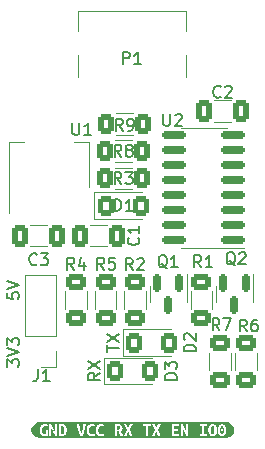
<source format=gbr>
%TF.GenerationSoftware,KiCad,Pcbnew,7.0.1*%
%TF.CreationDate,2023-04-05T11:46:08-04:00*%
%TF.ProjectId,PCB_USB_TTL,5043425f-5553-4425-9f54-544c2e6b6963,rev?*%
%TF.SameCoordinates,Original*%
%TF.FileFunction,Legend,Top*%
%TF.FilePolarity,Positive*%
%FSLAX46Y46*%
G04 Gerber Fmt 4.6, Leading zero omitted, Abs format (unit mm)*
G04 Created by KiCad (PCBNEW 7.0.1) date 2023-04-05 11:46:08*
%MOMM*%
%LPD*%
G01*
G04 APERTURE LIST*
G04 Aperture macros list*
%AMRoundRect*
0 Rectangle with rounded corners*
0 $1 Rounding radius*
0 $2 $3 $4 $5 $6 $7 $8 $9 X,Y pos of 4 corners*
0 Add a 4 corners polygon primitive as box body*
4,1,4,$2,$3,$4,$5,$6,$7,$8,$9,$2,$3,0*
0 Add four circle primitives for the rounded corners*
1,1,$1+$1,$2,$3*
1,1,$1+$1,$4,$5*
1,1,$1+$1,$6,$7*
1,1,$1+$1,$8,$9*
0 Add four rect primitives between the rounded corners*
20,1,$1+$1,$2,$3,$4,$5,0*
20,1,$1+$1,$4,$5,$6,$7,0*
20,1,$1+$1,$6,$7,$8,$9,0*
20,1,$1+$1,$8,$9,$2,$3,0*%
G04 Aperture macros list end*
%ADD10C,0.150000*%
%ADD11C,0.120000*%
%ADD12RoundRect,0.150000X-0.150000X0.587500X-0.150000X-0.587500X0.150000X-0.587500X0.150000X0.587500X0*%
%ADD13RoundRect,0.250000X-0.625000X0.400000X-0.625000X-0.400000X0.625000X-0.400000X0.625000X0.400000X0*%
%ADD14RoundRect,0.250000X-0.412500X-0.650000X0.412500X-0.650000X0.412500X0.650000X-0.412500X0.650000X0*%
%ADD15RoundRect,0.250001X-0.462499X-0.624999X0.462499X-0.624999X0.462499X0.624999X-0.462499X0.624999X0*%
%ADD16R,1.500000X2.000000*%
%ADD17R,3.800000X2.000000*%
%ADD18RoundRect,0.250000X0.412500X0.650000X-0.412500X0.650000X-0.412500X-0.650000X0.412500X-0.650000X0*%
%ADD19R,1.700000X1.700000*%
%ADD20O,1.700000X1.700000*%
%ADD21RoundRect,0.250000X0.625000X-0.400000X0.625000X0.400000X-0.625000X0.400000X-0.625000X-0.400000X0*%
%ADD22RoundRect,0.250000X0.400000X0.625000X-0.400000X0.625000X-0.400000X-0.625000X0.400000X-0.625000X0*%
%ADD23RoundRect,0.250000X-0.400000X-0.625000X0.400000X-0.625000X0.400000X0.625000X-0.400000X0.625000X0*%
%ADD24RoundRect,0.150000X0.825000X0.150000X-0.825000X0.150000X-0.825000X-0.150000X0.825000X-0.150000X0*%
%ADD25C,0.650000*%
%ADD26R,0.300000X1.150000*%
%ADD27O,1.000000X2.100000*%
%ADD28O,1.000000X1.600000*%
G04 APERTURE END LIST*
D10*
X132962619Y-90838094D02*
X132962619Y-90219047D01*
X132962619Y-90219047D02*
X133343571Y-90552380D01*
X133343571Y-90552380D02*
X133343571Y-90409523D01*
X133343571Y-90409523D02*
X133391190Y-90314285D01*
X133391190Y-90314285D02*
X133438809Y-90266666D01*
X133438809Y-90266666D02*
X133534047Y-90219047D01*
X133534047Y-90219047D02*
X133772142Y-90219047D01*
X133772142Y-90219047D02*
X133867380Y-90266666D01*
X133867380Y-90266666D02*
X133915000Y-90314285D01*
X133915000Y-90314285D02*
X133962619Y-90409523D01*
X133962619Y-90409523D02*
X133962619Y-90695237D01*
X133962619Y-90695237D02*
X133915000Y-90790475D01*
X133915000Y-90790475D02*
X133867380Y-90838094D01*
X132962619Y-89933332D02*
X133962619Y-89599999D01*
X133962619Y-89599999D02*
X132962619Y-89266666D01*
X132962619Y-89028570D02*
X132962619Y-88409523D01*
X132962619Y-88409523D02*
X133343571Y-88742856D01*
X133343571Y-88742856D02*
X133343571Y-88599999D01*
X133343571Y-88599999D02*
X133391190Y-88504761D01*
X133391190Y-88504761D02*
X133438809Y-88457142D01*
X133438809Y-88457142D02*
X133534047Y-88409523D01*
X133534047Y-88409523D02*
X133772142Y-88409523D01*
X133772142Y-88409523D02*
X133867380Y-88457142D01*
X133867380Y-88457142D02*
X133915000Y-88504761D01*
X133915000Y-88504761D02*
X133962619Y-88599999D01*
X133962619Y-88599999D02*
X133962619Y-88885713D01*
X133962619Y-88885713D02*
X133915000Y-88980951D01*
X133915000Y-88980951D02*
X133867380Y-89028570D01*
X132962619Y-84590476D02*
X132962619Y-85066666D01*
X132962619Y-85066666D02*
X133438809Y-85114285D01*
X133438809Y-85114285D02*
X133391190Y-85066666D01*
X133391190Y-85066666D02*
X133343571Y-84971428D01*
X133343571Y-84971428D02*
X133343571Y-84733333D01*
X133343571Y-84733333D02*
X133391190Y-84638095D01*
X133391190Y-84638095D02*
X133438809Y-84590476D01*
X133438809Y-84590476D02*
X133534047Y-84542857D01*
X133534047Y-84542857D02*
X133772142Y-84542857D01*
X133772142Y-84542857D02*
X133867380Y-84590476D01*
X133867380Y-84590476D02*
X133915000Y-84638095D01*
X133915000Y-84638095D02*
X133962619Y-84733333D01*
X133962619Y-84733333D02*
X133962619Y-84971428D01*
X133962619Y-84971428D02*
X133915000Y-85066666D01*
X133915000Y-85066666D02*
X133867380Y-85114285D01*
X132962619Y-84257142D02*
X133962619Y-83923809D01*
X133962619Y-83923809D02*
X132962619Y-83590476D01*
%TO.C,Q1*%
X146504761Y-82507857D02*
X146409523Y-82460238D01*
X146409523Y-82460238D02*
X146314285Y-82365000D01*
X146314285Y-82365000D02*
X146171428Y-82222142D01*
X146171428Y-82222142D02*
X146076190Y-82174523D01*
X146076190Y-82174523D02*
X145980952Y-82174523D01*
X146028571Y-82412619D02*
X145933333Y-82365000D01*
X145933333Y-82365000D02*
X145838095Y-82269761D01*
X145838095Y-82269761D02*
X145790476Y-82079285D01*
X145790476Y-82079285D02*
X145790476Y-81745952D01*
X145790476Y-81745952D02*
X145838095Y-81555476D01*
X145838095Y-81555476D02*
X145933333Y-81460238D01*
X145933333Y-81460238D02*
X146028571Y-81412619D01*
X146028571Y-81412619D02*
X146219047Y-81412619D01*
X146219047Y-81412619D02*
X146314285Y-81460238D01*
X146314285Y-81460238D02*
X146409523Y-81555476D01*
X146409523Y-81555476D02*
X146457142Y-81745952D01*
X146457142Y-81745952D02*
X146457142Y-82079285D01*
X146457142Y-82079285D02*
X146409523Y-82269761D01*
X146409523Y-82269761D02*
X146314285Y-82365000D01*
X146314285Y-82365000D02*
X146219047Y-82412619D01*
X146219047Y-82412619D02*
X146028571Y-82412619D01*
X147409523Y-82412619D02*
X146838095Y-82412619D01*
X147123809Y-82412619D02*
X147123809Y-81412619D01*
X147123809Y-81412619D02*
X147028571Y-81555476D01*
X147028571Y-81555476D02*
X146933333Y-81650714D01*
X146933333Y-81650714D02*
X146838095Y-81698333D01*
%TO.C,R1*%
X149385333Y-82414619D02*
X149052000Y-81938428D01*
X148813905Y-82414619D02*
X148813905Y-81414619D01*
X148813905Y-81414619D02*
X149194857Y-81414619D01*
X149194857Y-81414619D02*
X149290095Y-81462238D01*
X149290095Y-81462238D02*
X149337714Y-81509857D01*
X149337714Y-81509857D02*
X149385333Y-81605095D01*
X149385333Y-81605095D02*
X149385333Y-81747952D01*
X149385333Y-81747952D02*
X149337714Y-81843190D01*
X149337714Y-81843190D02*
X149290095Y-81890809D01*
X149290095Y-81890809D02*
X149194857Y-81938428D01*
X149194857Y-81938428D02*
X148813905Y-81938428D01*
X150337714Y-82414619D02*
X149766286Y-82414619D01*
X150052000Y-82414619D02*
X150052000Y-81414619D01*
X150052000Y-81414619D02*
X149956762Y-81557476D01*
X149956762Y-81557476D02*
X149861524Y-81652714D01*
X149861524Y-81652714D02*
X149766286Y-81700333D01*
%TO.C,R4*%
X138633333Y-82614619D02*
X138300000Y-82138428D01*
X138061905Y-82614619D02*
X138061905Y-81614619D01*
X138061905Y-81614619D02*
X138442857Y-81614619D01*
X138442857Y-81614619D02*
X138538095Y-81662238D01*
X138538095Y-81662238D02*
X138585714Y-81709857D01*
X138585714Y-81709857D02*
X138633333Y-81805095D01*
X138633333Y-81805095D02*
X138633333Y-81947952D01*
X138633333Y-81947952D02*
X138585714Y-82043190D01*
X138585714Y-82043190D02*
X138538095Y-82090809D01*
X138538095Y-82090809D02*
X138442857Y-82138428D01*
X138442857Y-82138428D02*
X138061905Y-82138428D01*
X139490476Y-81947952D02*
X139490476Y-82614619D01*
X139252381Y-81567000D02*
X139014286Y-82281285D01*
X139014286Y-82281285D02*
X139633333Y-82281285D01*
%TO.C,C1*%
X144067380Y-79916666D02*
X144115000Y-79964285D01*
X144115000Y-79964285D02*
X144162619Y-80107142D01*
X144162619Y-80107142D02*
X144162619Y-80202380D01*
X144162619Y-80202380D02*
X144115000Y-80345237D01*
X144115000Y-80345237D02*
X144019761Y-80440475D01*
X144019761Y-80440475D02*
X143924523Y-80488094D01*
X143924523Y-80488094D02*
X143734047Y-80535713D01*
X143734047Y-80535713D02*
X143591190Y-80535713D01*
X143591190Y-80535713D02*
X143400714Y-80488094D01*
X143400714Y-80488094D02*
X143305476Y-80440475D01*
X143305476Y-80440475D02*
X143210238Y-80345237D01*
X143210238Y-80345237D02*
X143162619Y-80202380D01*
X143162619Y-80202380D02*
X143162619Y-80107142D01*
X143162619Y-80107142D02*
X143210238Y-79964285D01*
X143210238Y-79964285D02*
X143257857Y-79916666D01*
X144162619Y-78964285D02*
X144162619Y-79535713D01*
X144162619Y-79249999D02*
X143162619Y-79249999D01*
X143162619Y-79249999D02*
X143305476Y-79345237D01*
X143305476Y-79345237D02*
X143400714Y-79440475D01*
X143400714Y-79440475D02*
X143448333Y-79535713D01*
%TO.C,R5*%
X141173333Y-82614619D02*
X140840000Y-82138428D01*
X140601905Y-82614619D02*
X140601905Y-81614619D01*
X140601905Y-81614619D02*
X140982857Y-81614619D01*
X140982857Y-81614619D02*
X141078095Y-81662238D01*
X141078095Y-81662238D02*
X141125714Y-81709857D01*
X141125714Y-81709857D02*
X141173333Y-81805095D01*
X141173333Y-81805095D02*
X141173333Y-81947952D01*
X141173333Y-81947952D02*
X141125714Y-82043190D01*
X141125714Y-82043190D02*
X141078095Y-82090809D01*
X141078095Y-82090809D02*
X140982857Y-82138428D01*
X140982857Y-82138428D02*
X140601905Y-82138428D01*
X142078095Y-81614619D02*
X141601905Y-81614619D01*
X141601905Y-81614619D02*
X141554286Y-82090809D01*
X141554286Y-82090809D02*
X141601905Y-82043190D01*
X141601905Y-82043190D02*
X141697143Y-81995571D01*
X141697143Y-81995571D02*
X141935238Y-81995571D01*
X141935238Y-81995571D02*
X142030476Y-82043190D01*
X142030476Y-82043190D02*
X142078095Y-82090809D01*
X142078095Y-82090809D02*
X142125714Y-82186047D01*
X142125714Y-82186047D02*
X142125714Y-82424142D01*
X142125714Y-82424142D02*
X142078095Y-82519380D01*
X142078095Y-82519380D02*
X142030476Y-82567000D01*
X142030476Y-82567000D02*
X141935238Y-82614619D01*
X141935238Y-82614619D02*
X141697143Y-82614619D01*
X141697143Y-82614619D02*
X141601905Y-82567000D01*
X141601905Y-82567000D02*
X141554286Y-82519380D01*
%TO.C,D1*%
X142061905Y-77662619D02*
X142061905Y-76662619D01*
X142061905Y-76662619D02*
X142300000Y-76662619D01*
X142300000Y-76662619D02*
X142442857Y-76710238D01*
X142442857Y-76710238D02*
X142538095Y-76805476D01*
X142538095Y-76805476D02*
X142585714Y-76900714D01*
X142585714Y-76900714D02*
X142633333Y-77091190D01*
X142633333Y-77091190D02*
X142633333Y-77234047D01*
X142633333Y-77234047D02*
X142585714Y-77424523D01*
X142585714Y-77424523D02*
X142538095Y-77519761D01*
X142538095Y-77519761D02*
X142442857Y-77615000D01*
X142442857Y-77615000D02*
X142300000Y-77662619D01*
X142300000Y-77662619D02*
X142061905Y-77662619D01*
X143585714Y-77662619D02*
X143014286Y-77662619D01*
X143300000Y-77662619D02*
X143300000Y-76662619D01*
X143300000Y-76662619D02*
X143204762Y-76805476D01*
X143204762Y-76805476D02*
X143109524Y-76900714D01*
X143109524Y-76900714D02*
X143014286Y-76948333D01*
%TO.C,U1*%
X138488095Y-70212619D02*
X138488095Y-71022142D01*
X138488095Y-71022142D02*
X138535714Y-71117380D01*
X138535714Y-71117380D02*
X138583333Y-71165000D01*
X138583333Y-71165000D02*
X138678571Y-71212619D01*
X138678571Y-71212619D02*
X138869047Y-71212619D01*
X138869047Y-71212619D02*
X138964285Y-71165000D01*
X138964285Y-71165000D02*
X139011904Y-71117380D01*
X139011904Y-71117380D02*
X139059523Y-71022142D01*
X139059523Y-71022142D02*
X139059523Y-70212619D01*
X140059523Y-71212619D02*
X139488095Y-71212619D01*
X139773809Y-71212619D02*
X139773809Y-70212619D01*
X139773809Y-70212619D02*
X139678571Y-70355476D01*
X139678571Y-70355476D02*
X139583333Y-70450714D01*
X139583333Y-70450714D02*
X139488095Y-70498333D01*
%TO.C,C3*%
X135469333Y-82155380D02*
X135421714Y-82203000D01*
X135421714Y-82203000D02*
X135278857Y-82250619D01*
X135278857Y-82250619D02*
X135183619Y-82250619D01*
X135183619Y-82250619D02*
X135040762Y-82203000D01*
X135040762Y-82203000D02*
X134945524Y-82107761D01*
X134945524Y-82107761D02*
X134897905Y-82012523D01*
X134897905Y-82012523D02*
X134850286Y-81822047D01*
X134850286Y-81822047D02*
X134850286Y-81679190D01*
X134850286Y-81679190D02*
X134897905Y-81488714D01*
X134897905Y-81488714D02*
X134945524Y-81393476D01*
X134945524Y-81393476D02*
X135040762Y-81298238D01*
X135040762Y-81298238D02*
X135183619Y-81250619D01*
X135183619Y-81250619D02*
X135278857Y-81250619D01*
X135278857Y-81250619D02*
X135421714Y-81298238D01*
X135421714Y-81298238D02*
X135469333Y-81345857D01*
X135802667Y-81250619D02*
X136421714Y-81250619D01*
X136421714Y-81250619D02*
X136088381Y-81631571D01*
X136088381Y-81631571D02*
X136231238Y-81631571D01*
X136231238Y-81631571D02*
X136326476Y-81679190D01*
X136326476Y-81679190D02*
X136374095Y-81726809D01*
X136374095Y-81726809D02*
X136421714Y-81822047D01*
X136421714Y-81822047D02*
X136421714Y-82060142D01*
X136421714Y-82060142D02*
X136374095Y-82155380D01*
X136374095Y-82155380D02*
X136326476Y-82203000D01*
X136326476Y-82203000D02*
X136231238Y-82250619D01*
X136231238Y-82250619D02*
X135945524Y-82250619D01*
X135945524Y-82250619D02*
X135850286Y-82203000D01*
X135850286Y-82203000D02*
X135802667Y-82155380D01*
%TO.C,R6*%
X153233333Y-87862619D02*
X152900000Y-87386428D01*
X152661905Y-87862619D02*
X152661905Y-86862619D01*
X152661905Y-86862619D02*
X153042857Y-86862619D01*
X153042857Y-86862619D02*
X153138095Y-86910238D01*
X153138095Y-86910238D02*
X153185714Y-86957857D01*
X153185714Y-86957857D02*
X153233333Y-87053095D01*
X153233333Y-87053095D02*
X153233333Y-87195952D01*
X153233333Y-87195952D02*
X153185714Y-87291190D01*
X153185714Y-87291190D02*
X153138095Y-87338809D01*
X153138095Y-87338809D02*
X153042857Y-87386428D01*
X153042857Y-87386428D02*
X152661905Y-87386428D01*
X154090476Y-86862619D02*
X153900000Y-86862619D01*
X153900000Y-86862619D02*
X153804762Y-86910238D01*
X153804762Y-86910238D02*
X153757143Y-86957857D01*
X153757143Y-86957857D02*
X153661905Y-87100714D01*
X153661905Y-87100714D02*
X153614286Y-87291190D01*
X153614286Y-87291190D02*
X153614286Y-87672142D01*
X153614286Y-87672142D02*
X153661905Y-87767380D01*
X153661905Y-87767380D02*
X153709524Y-87815000D01*
X153709524Y-87815000D02*
X153804762Y-87862619D01*
X153804762Y-87862619D02*
X153995238Y-87862619D01*
X153995238Y-87862619D02*
X154090476Y-87815000D01*
X154090476Y-87815000D02*
X154138095Y-87767380D01*
X154138095Y-87767380D02*
X154185714Y-87672142D01*
X154185714Y-87672142D02*
X154185714Y-87434047D01*
X154185714Y-87434047D02*
X154138095Y-87338809D01*
X154138095Y-87338809D02*
X154090476Y-87291190D01*
X154090476Y-87291190D02*
X153995238Y-87243571D01*
X153995238Y-87243571D02*
X153804762Y-87243571D01*
X153804762Y-87243571D02*
X153709524Y-87291190D01*
X153709524Y-87291190D02*
X153661905Y-87338809D01*
X153661905Y-87338809D02*
X153614286Y-87434047D01*
%TO.C,J1*%
X135566666Y-91062619D02*
X135566666Y-91776904D01*
X135566666Y-91776904D02*
X135519047Y-91919761D01*
X135519047Y-91919761D02*
X135423809Y-92015000D01*
X135423809Y-92015000D02*
X135280952Y-92062619D01*
X135280952Y-92062619D02*
X135185714Y-92062619D01*
X136566666Y-92062619D02*
X135995238Y-92062619D01*
X136280952Y-92062619D02*
X136280952Y-91062619D01*
X136280952Y-91062619D02*
X136185714Y-91205476D01*
X136185714Y-91205476D02*
X136090476Y-91300714D01*
X136090476Y-91300714D02*
X135995238Y-91348333D01*
%TO.C,Q2*%
X152256761Y-82259857D02*
X152161523Y-82212238D01*
X152161523Y-82212238D02*
X152066285Y-82117000D01*
X152066285Y-82117000D02*
X151923428Y-81974142D01*
X151923428Y-81974142D02*
X151828190Y-81926523D01*
X151828190Y-81926523D02*
X151732952Y-81926523D01*
X151780571Y-82164619D02*
X151685333Y-82117000D01*
X151685333Y-82117000D02*
X151590095Y-82021761D01*
X151590095Y-82021761D02*
X151542476Y-81831285D01*
X151542476Y-81831285D02*
X151542476Y-81497952D01*
X151542476Y-81497952D02*
X151590095Y-81307476D01*
X151590095Y-81307476D02*
X151685333Y-81212238D01*
X151685333Y-81212238D02*
X151780571Y-81164619D01*
X151780571Y-81164619D02*
X151971047Y-81164619D01*
X151971047Y-81164619D02*
X152066285Y-81212238D01*
X152066285Y-81212238D02*
X152161523Y-81307476D01*
X152161523Y-81307476D02*
X152209142Y-81497952D01*
X152209142Y-81497952D02*
X152209142Y-81831285D01*
X152209142Y-81831285D02*
X152161523Y-82021761D01*
X152161523Y-82021761D02*
X152066285Y-82117000D01*
X152066285Y-82117000D02*
X151971047Y-82164619D01*
X151971047Y-82164619D02*
X151780571Y-82164619D01*
X152590095Y-81259857D02*
X152637714Y-81212238D01*
X152637714Y-81212238D02*
X152732952Y-81164619D01*
X152732952Y-81164619D02*
X152971047Y-81164619D01*
X152971047Y-81164619D02*
X153066285Y-81212238D01*
X153066285Y-81212238D02*
X153113904Y-81259857D01*
X153113904Y-81259857D02*
X153161523Y-81355095D01*
X153161523Y-81355095D02*
X153161523Y-81450333D01*
X153161523Y-81450333D02*
X153113904Y-81593190D01*
X153113904Y-81593190D02*
X152542476Y-82164619D01*
X152542476Y-82164619D02*
X153161523Y-82164619D01*
%TO.C,R7*%
X150933333Y-87762619D02*
X150600000Y-87286428D01*
X150361905Y-87762619D02*
X150361905Y-86762619D01*
X150361905Y-86762619D02*
X150742857Y-86762619D01*
X150742857Y-86762619D02*
X150838095Y-86810238D01*
X150838095Y-86810238D02*
X150885714Y-86857857D01*
X150885714Y-86857857D02*
X150933333Y-86953095D01*
X150933333Y-86953095D02*
X150933333Y-87095952D01*
X150933333Y-87095952D02*
X150885714Y-87191190D01*
X150885714Y-87191190D02*
X150838095Y-87238809D01*
X150838095Y-87238809D02*
X150742857Y-87286428D01*
X150742857Y-87286428D02*
X150361905Y-87286428D01*
X151266667Y-86762619D02*
X151933333Y-86762619D01*
X151933333Y-86762619D02*
X151504762Y-87762619D01*
%TO.C,R9*%
X142733333Y-70862619D02*
X142400000Y-70386428D01*
X142161905Y-70862619D02*
X142161905Y-69862619D01*
X142161905Y-69862619D02*
X142542857Y-69862619D01*
X142542857Y-69862619D02*
X142638095Y-69910238D01*
X142638095Y-69910238D02*
X142685714Y-69957857D01*
X142685714Y-69957857D02*
X142733333Y-70053095D01*
X142733333Y-70053095D02*
X142733333Y-70195952D01*
X142733333Y-70195952D02*
X142685714Y-70291190D01*
X142685714Y-70291190D02*
X142638095Y-70338809D01*
X142638095Y-70338809D02*
X142542857Y-70386428D01*
X142542857Y-70386428D02*
X142161905Y-70386428D01*
X143209524Y-70862619D02*
X143400000Y-70862619D01*
X143400000Y-70862619D02*
X143495238Y-70815000D01*
X143495238Y-70815000D02*
X143542857Y-70767380D01*
X143542857Y-70767380D02*
X143638095Y-70624523D01*
X143638095Y-70624523D02*
X143685714Y-70434047D01*
X143685714Y-70434047D02*
X143685714Y-70053095D01*
X143685714Y-70053095D02*
X143638095Y-69957857D01*
X143638095Y-69957857D02*
X143590476Y-69910238D01*
X143590476Y-69910238D02*
X143495238Y-69862619D01*
X143495238Y-69862619D02*
X143304762Y-69862619D01*
X143304762Y-69862619D02*
X143209524Y-69910238D01*
X143209524Y-69910238D02*
X143161905Y-69957857D01*
X143161905Y-69957857D02*
X143114286Y-70053095D01*
X143114286Y-70053095D02*
X143114286Y-70291190D01*
X143114286Y-70291190D02*
X143161905Y-70386428D01*
X143161905Y-70386428D02*
X143209524Y-70434047D01*
X143209524Y-70434047D02*
X143304762Y-70481666D01*
X143304762Y-70481666D02*
X143495238Y-70481666D01*
X143495238Y-70481666D02*
X143590476Y-70434047D01*
X143590476Y-70434047D02*
X143638095Y-70386428D01*
X143638095Y-70386428D02*
X143685714Y-70291190D01*
%TO.C,C2*%
X151033333Y-67967380D02*
X150985714Y-68015000D01*
X150985714Y-68015000D02*
X150842857Y-68062619D01*
X150842857Y-68062619D02*
X150747619Y-68062619D01*
X150747619Y-68062619D02*
X150604762Y-68015000D01*
X150604762Y-68015000D02*
X150509524Y-67919761D01*
X150509524Y-67919761D02*
X150461905Y-67824523D01*
X150461905Y-67824523D02*
X150414286Y-67634047D01*
X150414286Y-67634047D02*
X150414286Y-67491190D01*
X150414286Y-67491190D02*
X150461905Y-67300714D01*
X150461905Y-67300714D02*
X150509524Y-67205476D01*
X150509524Y-67205476D02*
X150604762Y-67110238D01*
X150604762Y-67110238D02*
X150747619Y-67062619D01*
X150747619Y-67062619D02*
X150842857Y-67062619D01*
X150842857Y-67062619D02*
X150985714Y-67110238D01*
X150985714Y-67110238D02*
X151033333Y-67157857D01*
X151414286Y-67157857D02*
X151461905Y-67110238D01*
X151461905Y-67110238D02*
X151557143Y-67062619D01*
X151557143Y-67062619D02*
X151795238Y-67062619D01*
X151795238Y-67062619D02*
X151890476Y-67110238D01*
X151890476Y-67110238D02*
X151938095Y-67157857D01*
X151938095Y-67157857D02*
X151985714Y-67253095D01*
X151985714Y-67253095D02*
X151985714Y-67348333D01*
X151985714Y-67348333D02*
X151938095Y-67491190D01*
X151938095Y-67491190D02*
X151366667Y-68062619D01*
X151366667Y-68062619D02*
X151985714Y-68062619D01*
%TO.C,R3*%
X142633333Y-75362619D02*
X142300000Y-74886428D01*
X142061905Y-75362619D02*
X142061905Y-74362619D01*
X142061905Y-74362619D02*
X142442857Y-74362619D01*
X142442857Y-74362619D02*
X142538095Y-74410238D01*
X142538095Y-74410238D02*
X142585714Y-74457857D01*
X142585714Y-74457857D02*
X142633333Y-74553095D01*
X142633333Y-74553095D02*
X142633333Y-74695952D01*
X142633333Y-74695952D02*
X142585714Y-74791190D01*
X142585714Y-74791190D02*
X142538095Y-74838809D01*
X142538095Y-74838809D02*
X142442857Y-74886428D01*
X142442857Y-74886428D02*
X142061905Y-74886428D01*
X142966667Y-74362619D02*
X143585714Y-74362619D01*
X143585714Y-74362619D02*
X143252381Y-74743571D01*
X143252381Y-74743571D02*
X143395238Y-74743571D01*
X143395238Y-74743571D02*
X143490476Y-74791190D01*
X143490476Y-74791190D02*
X143538095Y-74838809D01*
X143538095Y-74838809D02*
X143585714Y-74934047D01*
X143585714Y-74934047D02*
X143585714Y-75172142D01*
X143585714Y-75172142D02*
X143538095Y-75267380D01*
X143538095Y-75267380D02*
X143490476Y-75315000D01*
X143490476Y-75315000D02*
X143395238Y-75362619D01*
X143395238Y-75362619D02*
X143109524Y-75362619D01*
X143109524Y-75362619D02*
X143014286Y-75315000D01*
X143014286Y-75315000D02*
X142966667Y-75267380D01*
%TO.C,R8*%
X142633333Y-73062619D02*
X142300000Y-72586428D01*
X142061905Y-73062619D02*
X142061905Y-72062619D01*
X142061905Y-72062619D02*
X142442857Y-72062619D01*
X142442857Y-72062619D02*
X142538095Y-72110238D01*
X142538095Y-72110238D02*
X142585714Y-72157857D01*
X142585714Y-72157857D02*
X142633333Y-72253095D01*
X142633333Y-72253095D02*
X142633333Y-72395952D01*
X142633333Y-72395952D02*
X142585714Y-72491190D01*
X142585714Y-72491190D02*
X142538095Y-72538809D01*
X142538095Y-72538809D02*
X142442857Y-72586428D01*
X142442857Y-72586428D02*
X142061905Y-72586428D01*
X143204762Y-72491190D02*
X143109524Y-72443571D01*
X143109524Y-72443571D02*
X143061905Y-72395952D01*
X143061905Y-72395952D02*
X143014286Y-72300714D01*
X143014286Y-72300714D02*
X143014286Y-72253095D01*
X143014286Y-72253095D02*
X143061905Y-72157857D01*
X143061905Y-72157857D02*
X143109524Y-72110238D01*
X143109524Y-72110238D02*
X143204762Y-72062619D01*
X143204762Y-72062619D02*
X143395238Y-72062619D01*
X143395238Y-72062619D02*
X143490476Y-72110238D01*
X143490476Y-72110238D02*
X143538095Y-72157857D01*
X143538095Y-72157857D02*
X143585714Y-72253095D01*
X143585714Y-72253095D02*
X143585714Y-72300714D01*
X143585714Y-72300714D02*
X143538095Y-72395952D01*
X143538095Y-72395952D02*
X143490476Y-72443571D01*
X143490476Y-72443571D02*
X143395238Y-72491190D01*
X143395238Y-72491190D02*
X143204762Y-72491190D01*
X143204762Y-72491190D02*
X143109524Y-72538809D01*
X143109524Y-72538809D02*
X143061905Y-72586428D01*
X143061905Y-72586428D02*
X143014286Y-72681666D01*
X143014286Y-72681666D02*
X143014286Y-72872142D01*
X143014286Y-72872142D02*
X143061905Y-72967380D01*
X143061905Y-72967380D02*
X143109524Y-73015000D01*
X143109524Y-73015000D02*
X143204762Y-73062619D01*
X143204762Y-73062619D02*
X143395238Y-73062619D01*
X143395238Y-73062619D02*
X143490476Y-73015000D01*
X143490476Y-73015000D02*
X143538095Y-72967380D01*
X143538095Y-72967380D02*
X143585714Y-72872142D01*
X143585714Y-72872142D02*
X143585714Y-72681666D01*
X143585714Y-72681666D02*
X143538095Y-72586428D01*
X143538095Y-72586428D02*
X143490476Y-72538809D01*
X143490476Y-72538809D02*
X143395238Y-72491190D01*
%TO.C,U2*%
X146178095Y-69462619D02*
X146178095Y-70272142D01*
X146178095Y-70272142D02*
X146225714Y-70367380D01*
X146225714Y-70367380D02*
X146273333Y-70415000D01*
X146273333Y-70415000D02*
X146368571Y-70462619D01*
X146368571Y-70462619D02*
X146559047Y-70462619D01*
X146559047Y-70462619D02*
X146654285Y-70415000D01*
X146654285Y-70415000D02*
X146701904Y-70367380D01*
X146701904Y-70367380D02*
X146749523Y-70272142D01*
X146749523Y-70272142D02*
X146749523Y-69462619D01*
X147178095Y-69557857D02*
X147225714Y-69510238D01*
X147225714Y-69510238D02*
X147320952Y-69462619D01*
X147320952Y-69462619D02*
X147559047Y-69462619D01*
X147559047Y-69462619D02*
X147654285Y-69510238D01*
X147654285Y-69510238D02*
X147701904Y-69557857D01*
X147701904Y-69557857D02*
X147749523Y-69653095D01*
X147749523Y-69653095D02*
X147749523Y-69748333D01*
X147749523Y-69748333D02*
X147701904Y-69891190D01*
X147701904Y-69891190D02*
X147130476Y-70462619D01*
X147130476Y-70462619D02*
X147749523Y-70462619D01*
%TO.C,P1*%
X142761905Y-65212619D02*
X142761905Y-64212619D01*
X142761905Y-64212619D02*
X143142857Y-64212619D01*
X143142857Y-64212619D02*
X143238095Y-64260238D01*
X143238095Y-64260238D02*
X143285714Y-64307857D01*
X143285714Y-64307857D02*
X143333333Y-64403095D01*
X143333333Y-64403095D02*
X143333333Y-64545952D01*
X143333333Y-64545952D02*
X143285714Y-64641190D01*
X143285714Y-64641190D02*
X143238095Y-64688809D01*
X143238095Y-64688809D02*
X143142857Y-64736428D01*
X143142857Y-64736428D02*
X142761905Y-64736428D01*
X144285714Y-65212619D02*
X143714286Y-65212619D01*
X144000000Y-65212619D02*
X144000000Y-64212619D01*
X144000000Y-64212619D02*
X143904762Y-64355476D01*
X143904762Y-64355476D02*
X143809524Y-64450714D01*
X143809524Y-64450714D02*
X143714286Y-64498333D01*
%TO.C,D3*%
X147312619Y-91938094D02*
X146312619Y-91938094D01*
X146312619Y-91938094D02*
X146312619Y-91699999D01*
X146312619Y-91699999D02*
X146360238Y-91557142D01*
X146360238Y-91557142D02*
X146455476Y-91461904D01*
X146455476Y-91461904D02*
X146550714Y-91414285D01*
X146550714Y-91414285D02*
X146741190Y-91366666D01*
X146741190Y-91366666D02*
X146884047Y-91366666D01*
X146884047Y-91366666D02*
X147074523Y-91414285D01*
X147074523Y-91414285D02*
X147169761Y-91461904D01*
X147169761Y-91461904D02*
X147265000Y-91557142D01*
X147265000Y-91557142D02*
X147312619Y-91699999D01*
X147312619Y-91699999D02*
X147312619Y-91938094D01*
X146312619Y-91033332D02*
X146312619Y-90414285D01*
X146312619Y-90414285D02*
X146693571Y-90747618D01*
X146693571Y-90747618D02*
X146693571Y-90604761D01*
X146693571Y-90604761D02*
X146741190Y-90509523D01*
X146741190Y-90509523D02*
X146788809Y-90461904D01*
X146788809Y-90461904D02*
X146884047Y-90414285D01*
X146884047Y-90414285D02*
X147122142Y-90414285D01*
X147122142Y-90414285D02*
X147217380Y-90461904D01*
X147217380Y-90461904D02*
X147265000Y-90509523D01*
X147265000Y-90509523D02*
X147312619Y-90604761D01*
X147312619Y-90604761D02*
X147312619Y-90890475D01*
X147312619Y-90890475D02*
X147265000Y-90985713D01*
X147265000Y-90985713D02*
X147217380Y-91033332D01*
X140812619Y-91366666D02*
X140336428Y-91699999D01*
X140812619Y-91938094D02*
X139812619Y-91938094D01*
X139812619Y-91938094D02*
X139812619Y-91557142D01*
X139812619Y-91557142D02*
X139860238Y-91461904D01*
X139860238Y-91461904D02*
X139907857Y-91414285D01*
X139907857Y-91414285D02*
X140003095Y-91366666D01*
X140003095Y-91366666D02*
X140145952Y-91366666D01*
X140145952Y-91366666D02*
X140241190Y-91414285D01*
X140241190Y-91414285D02*
X140288809Y-91461904D01*
X140288809Y-91461904D02*
X140336428Y-91557142D01*
X140336428Y-91557142D02*
X140336428Y-91938094D01*
X139812619Y-91033332D02*
X140812619Y-90366666D01*
X139812619Y-90366666D02*
X140812619Y-91033332D01*
%TO.C,D2*%
X148912619Y-89538094D02*
X147912619Y-89538094D01*
X147912619Y-89538094D02*
X147912619Y-89299999D01*
X147912619Y-89299999D02*
X147960238Y-89157142D01*
X147960238Y-89157142D02*
X148055476Y-89061904D01*
X148055476Y-89061904D02*
X148150714Y-89014285D01*
X148150714Y-89014285D02*
X148341190Y-88966666D01*
X148341190Y-88966666D02*
X148484047Y-88966666D01*
X148484047Y-88966666D02*
X148674523Y-89014285D01*
X148674523Y-89014285D02*
X148769761Y-89061904D01*
X148769761Y-89061904D02*
X148865000Y-89157142D01*
X148865000Y-89157142D02*
X148912619Y-89299999D01*
X148912619Y-89299999D02*
X148912619Y-89538094D01*
X148007857Y-88585713D02*
X147960238Y-88538094D01*
X147960238Y-88538094D02*
X147912619Y-88442856D01*
X147912619Y-88442856D02*
X147912619Y-88204761D01*
X147912619Y-88204761D02*
X147960238Y-88109523D01*
X147960238Y-88109523D02*
X148007857Y-88061904D01*
X148007857Y-88061904D02*
X148103095Y-88014285D01*
X148103095Y-88014285D02*
X148198333Y-88014285D01*
X148198333Y-88014285D02*
X148341190Y-88061904D01*
X148341190Y-88061904D02*
X148912619Y-88633332D01*
X148912619Y-88633332D02*
X148912619Y-88014285D01*
X141412619Y-89561904D02*
X141412619Y-88990476D01*
X142412619Y-89276190D02*
X141412619Y-89276190D01*
X141412619Y-88752380D02*
X142412619Y-88085714D01*
X141412619Y-88085714D02*
X142412619Y-88752380D01*
%TO.C,R2*%
X143583333Y-82662619D02*
X143250000Y-82186428D01*
X143011905Y-82662619D02*
X143011905Y-81662619D01*
X143011905Y-81662619D02*
X143392857Y-81662619D01*
X143392857Y-81662619D02*
X143488095Y-81710238D01*
X143488095Y-81710238D02*
X143535714Y-81757857D01*
X143535714Y-81757857D02*
X143583333Y-81853095D01*
X143583333Y-81853095D02*
X143583333Y-81995952D01*
X143583333Y-81995952D02*
X143535714Y-82091190D01*
X143535714Y-82091190D02*
X143488095Y-82138809D01*
X143488095Y-82138809D02*
X143392857Y-82186428D01*
X143392857Y-82186428D02*
X143011905Y-82186428D01*
X143964286Y-81757857D02*
X144011905Y-81710238D01*
X144011905Y-81710238D02*
X144107143Y-81662619D01*
X144107143Y-81662619D02*
X144345238Y-81662619D01*
X144345238Y-81662619D02*
X144440476Y-81710238D01*
X144440476Y-81710238D02*
X144488095Y-81757857D01*
X144488095Y-81757857D02*
X144535714Y-81853095D01*
X144535714Y-81853095D02*
X144535714Y-81948333D01*
X144535714Y-81948333D02*
X144488095Y-82091190D01*
X144488095Y-82091190D02*
X143916667Y-82662619D01*
X143916667Y-82662619D02*
X144535714Y-82662619D01*
D11*
%TO.C,Q1*%
X148160000Y-84700000D02*
X148160000Y-83025000D01*
X148160000Y-84700000D02*
X148160000Y-85350000D01*
X145040000Y-84700000D02*
X145040000Y-84050000D01*
X145040000Y-84700000D02*
X145040000Y-85350000D01*
%TO.C,kibuzzard-638EC2B1*%
G36*
X142428822Y-95877341D02*
G01*
X142483988Y-95904725D01*
X142519706Y-95951556D01*
X142531613Y-96019025D01*
X142487163Y-96129356D01*
X142428822Y-96158527D01*
X142342700Y-96168250D01*
X142299838Y-96168250D01*
X142299838Y-95872975D01*
X142331588Y-95869006D01*
X142358575Y-95868213D01*
X142428822Y-95877341D01*
G37*
G36*
X137700850Y-95895994D02*
G01*
X137765938Y-95969813D01*
X137799275Y-96076175D01*
X137808800Y-96200000D01*
X137805824Y-96270048D01*
X137796894Y-96334144D01*
X137757206Y-96439713D01*
X137684181Y-96509562D01*
X137572263Y-96534963D01*
X137554800Y-96534963D01*
X137537338Y-96533375D01*
X137537338Y-95872975D01*
X137565913Y-95869006D01*
X137594488Y-95868213D01*
X137700850Y-95895994D01*
G37*
G36*
X150434188Y-95884087D02*
G01*
X150481019Y-95957113D01*
X150503244Y-96065856D01*
X150507411Y-96130745D01*
X150508800Y-96200000D01*
X150507411Y-96269056D01*
X150503244Y-96333350D01*
X150481019Y-96442094D01*
X150433394Y-96515913D01*
X150353225Y-96542900D01*
X150272263Y-96515913D01*
X150225431Y-96442888D01*
X150203206Y-96334144D01*
X150199039Y-96269255D01*
X150197650Y-96200000D01*
X150199039Y-96130944D01*
X150203206Y-96066650D01*
X150225431Y-95957906D01*
X150272263Y-95884087D01*
X150353225Y-95857100D01*
X150434188Y-95884087D01*
G37*
G36*
X151146975Y-96544488D02*
G01*
X151076728Y-96522461D01*
X151024738Y-96456381D01*
X151000925Y-96388560D01*
X150986638Y-96302570D01*
X150981875Y-96198413D01*
X150982607Y-96182538D01*
X151059663Y-96182538D01*
X151083475Y-96256356D01*
X151148563Y-96287313D01*
X151211269Y-96256356D01*
X151235875Y-96182538D01*
X151211269Y-96107925D01*
X151148563Y-96076175D01*
X151083475Y-96107925D01*
X151059663Y-96182538D01*
X150982607Y-96182538D01*
X150986638Y-96095137D01*
X151000925Y-96009676D01*
X151024738Y-95942031D01*
X151076728Y-95875952D01*
X151146975Y-95853925D01*
X151218214Y-95875952D01*
X151270006Y-95942031D01*
X151293378Y-96009676D01*
X151307401Y-96095137D01*
X151312075Y-96198413D01*
X151307401Y-96302570D01*
X151293378Y-96388560D01*
X151270006Y-96456381D01*
X151218214Y-96522461D01*
X151148563Y-96543997D01*
X151146975Y-96544488D01*
G37*
G36*
X150354813Y-96845054D02*
G01*
X149248325Y-96845054D01*
X148138663Y-96845054D01*
X146881363Y-96845054D01*
X145759000Y-96845054D01*
X144895400Y-96845054D01*
X143377750Y-96845054D01*
X142795138Y-96845054D01*
X140901250Y-96845054D01*
X140107500Y-96845054D01*
X139139125Y-96845054D01*
X137551625Y-96845054D01*
X137026163Y-96845054D01*
X136113350Y-96845054D01*
X135711713Y-96845054D01*
X135645567Y-96845054D01*
X135519723Y-96832660D01*
X135398715Y-96795952D01*
X135287194Y-96736343D01*
X135189445Y-96656122D01*
X135109224Y-96558373D01*
X135049614Y-96446852D01*
X135012907Y-96325844D01*
X135000513Y-96200000D01*
X135711713Y-96200000D01*
X135718856Y-96319261D01*
X135740288Y-96423044D01*
X135774816Y-96511150D01*
X135821250Y-96583381D01*
X135878995Y-96639738D01*
X135947456Y-96680219D01*
X136025839Y-96704627D01*
X136113350Y-96712763D01*
X136210386Y-96708794D01*
X136291944Y-96696888D01*
X136310070Y-96692125D01*
X136535625Y-96692125D01*
X136711838Y-96692125D01*
X136711838Y-96039663D01*
X136770840Y-96148583D01*
X136827196Y-96257326D01*
X136880906Y-96365894D01*
X136931971Y-96474461D01*
X136980390Y-96583205D01*
X137026163Y-96692125D01*
X137183325Y-96692125D01*
X137183325Y-96681013D01*
X137342075Y-96681013D01*
X137449231Y-96699269D01*
X137551625Y-96704825D01*
X137647470Y-96697880D01*
X137734981Y-96677044D01*
X137812570Y-96641127D01*
X137878650Y-96588938D01*
X137932427Y-96519683D01*
X137973106Y-96432569D01*
X137998705Y-96326405D01*
X138007238Y-96200000D01*
X137999499Y-96076373D01*
X137976281Y-95972194D01*
X137939174Y-95886072D01*
X137889763Y-95816619D01*
X137828049Y-95763636D01*
X137754031Y-95726925D01*
X137685314Y-95709463D01*
X138864488Y-95709463D01*
X138882744Y-95798363D01*
X138908938Y-95909488D01*
X138929928Y-95992655D01*
X138952682Y-96079174D01*
X138977200Y-96169044D01*
X139003129Y-96260678D01*
X139030117Y-96352488D01*
X139058163Y-96444475D01*
X139099834Y-96575444D01*
X139139125Y-96692125D01*
X139340738Y-96692125D01*
X139371076Y-96607547D01*
X139400710Y-96521028D01*
X139429638Y-96432569D01*
X139457419Y-96343669D01*
X139483613Y-96255827D01*
X139499442Y-96200000D01*
X139680463Y-96200000D01*
X139687309Y-96315987D01*
X139707847Y-96417884D01*
X139742077Y-96505693D01*
X139790000Y-96579413D01*
X139873961Y-96653496D01*
X139979795Y-96697946D01*
X140107500Y-96712763D01*
X140194217Y-96707405D01*
X140270219Y-96691331D01*
X140382138Y-96644500D01*
X140332925Y-96490512D01*
X140252756Y-96525438D01*
X140126550Y-96542900D01*
X140013242Y-96520477D01*
X139936844Y-96453206D01*
X139904653Y-96384679D01*
X139885338Y-96298690D01*
X139879196Y-96200000D01*
X140474213Y-96200000D01*
X140481059Y-96315987D01*
X140501597Y-96417884D01*
X140535827Y-96505693D01*
X140583750Y-96579413D01*
X140667711Y-96653496D01*
X140773545Y-96697946D01*
X140901250Y-96712763D01*
X140987967Y-96707405D01*
X141060215Y-96692125D01*
X142104575Y-96692125D01*
X142299838Y-96692125D01*
X142299838Y-96330175D01*
X142401438Y-96330175D01*
X142455214Y-96420067D01*
X142505419Y-96508769D01*
X142550861Y-96598661D01*
X142590350Y-96692125D01*
X142795138Y-96692125D01*
X142830063Y-96692125D01*
X143041200Y-96692125D01*
X143077713Y-96606202D01*
X143120575Y-96510356D01*
X143166613Y-96411336D01*
X143212650Y-96315888D01*
X143259283Y-96414313D01*
X143303931Y-96512738D01*
X143344214Y-96606797D01*
X143377750Y-96692125D01*
X143588888Y-96692125D01*
X143546025Y-96588144D01*
X143516855Y-96524644D01*
X143483319Y-96456381D01*
X143446211Y-96384745D01*
X143406325Y-96311125D01*
X143364653Y-96238100D01*
X143322188Y-96168250D01*
X143484486Y-95871388D01*
X144439788Y-95871388D01*
X144698550Y-95871388D01*
X144698550Y-96692125D01*
X144895400Y-96692125D01*
X145211313Y-96692125D01*
X145422450Y-96692125D01*
X145458963Y-96606202D01*
X145501825Y-96510356D01*
X145547863Y-96411336D01*
X145593900Y-96315888D01*
X145640533Y-96414313D01*
X145685181Y-96512738D01*
X145725464Y-96606797D01*
X145759000Y-96692125D01*
X145970138Y-96692125D01*
X145927275Y-96588144D01*
X145898105Y-96524644D01*
X145864569Y-96456381D01*
X145827461Y-96384745D01*
X145787575Y-96311125D01*
X145745903Y-96238100D01*
X145703438Y-96168250D01*
X145954263Y-95709463D01*
X146881363Y-95709463D01*
X146881363Y-96692125D01*
X147511600Y-96692125D01*
X147648125Y-96692125D01*
X147824338Y-96692125D01*
X147824338Y-96039663D01*
X147883340Y-96148583D01*
X147939696Y-96257326D01*
X147993406Y-96365894D01*
X148044471Y-96474461D01*
X148092890Y-96583205D01*
X148138663Y-96692125D01*
X148295825Y-96692125D01*
X148295825Y-96530200D01*
X149248325Y-96530200D01*
X149248325Y-96692125D01*
X149872213Y-96692125D01*
X149872213Y-96530200D01*
X149659488Y-96530200D01*
X149659488Y-96200000D01*
X149999213Y-96200000D01*
X150004918Y-96319211D01*
X150022033Y-96422845D01*
X150050558Y-96510902D01*
X150090494Y-96583381D01*
X150160432Y-96655260D01*
X150248538Y-96698387D01*
X150354813Y-96712763D01*
X150458529Y-96698387D01*
X150545313Y-96655260D01*
X150615163Y-96583381D01*
X150655445Y-96510902D01*
X150684219Y-96422845D01*
X150701483Y-96319211D01*
X150707238Y-96200000D01*
X150707163Y-96198413D01*
X150805663Y-96198413D01*
X150811120Y-96320253D01*
X150827491Y-96425425D01*
X150854776Y-96513928D01*
X150892975Y-96585763D01*
X150960003Y-96656318D01*
X151044670Y-96698651D01*
X151146975Y-96712763D01*
X151249281Y-96698651D01*
X151333947Y-96656318D01*
X151400975Y-96585763D01*
X151439174Y-96513928D01*
X151466459Y-96425425D01*
X151482831Y-96320253D01*
X151488288Y-96198413D01*
X151482831Y-96077316D01*
X151466459Y-95972789D01*
X151439174Y-95884832D01*
X151400975Y-95813444D01*
X151333947Y-95743329D01*
X151249281Y-95701260D01*
X151146975Y-95687238D01*
X151046257Y-95701349D01*
X150962120Y-95743682D01*
X150894563Y-95814238D01*
X150855669Y-95885873D01*
X150827888Y-95973781D01*
X150811219Y-96077961D01*
X150805663Y-96198413D01*
X150707163Y-96198413D01*
X150701582Y-96080789D01*
X150684616Y-95977155D01*
X150656338Y-95889098D01*
X150616750Y-95816619D01*
X150547253Y-95744740D01*
X150459411Y-95701613D01*
X150353225Y-95687238D01*
X150250214Y-95701613D01*
X150163431Y-95744740D01*
X150092875Y-95816619D01*
X150051898Y-95889098D01*
X150022628Y-95977155D01*
X150005066Y-96080789D01*
X149999213Y-96200000D01*
X149659488Y-96200000D01*
X149659488Y-95871388D01*
X149872213Y-95871388D01*
X149872213Y-95709463D01*
X149248325Y-95709463D01*
X149248325Y-95871388D01*
X149462638Y-95871388D01*
X149462638Y-96530200D01*
X149248325Y-96530200D01*
X148295825Y-96530200D01*
X148295825Y-95709463D01*
X148119613Y-95709463D01*
X148119613Y-96314300D01*
X148091633Y-96252388D01*
X148058494Y-96180950D01*
X148021188Y-96103559D01*
X147980706Y-96023787D01*
X147938042Y-95942627D01*
X147894188Y-95861069D01*
X147849738Y-95782289D01*
X147805288Y-95709463D01*
X147648125Y-95709463D01*
X147648125Y-96692125D01*
X147511600Y-96692125D01*
X147511600Y-96530200D01*
X147076625Y-96530200D01*
X147076625Y-96253975D01*
X147424288Y-96253975D01*
X147424288Y-96092050D01*
X147076625Y-96092050D01*
X147076625Y-95871388D01*
X147476675Y-95871388D01*
X147476675Y-95709463D01*
X146881363Y-95709463D01*
X145954263Y-95709463D01*
X145757413Y-95709463D01*
X145593900Y-96023787D01*
X145438325Y-95709463D01*
X145227188Y-95709463D01*
X145484363Y-96173013D01*
X145445469Y-96242664D01*
X145404988Y-96315094D01*
X145364705Y-96387920D01*
X145326406Y-96458763D01*
X145290688Y-96526231D01*
X145258144Y-96588938D01*
X145211313Y-96692125D01*
X144895400Y-96692125D01*
X144895400Y-95871388D01*
X145154163Y-95871388D01*
X145154163Y-95709463D01*
X144439788Y-95709463D01*
X144439788Y-95871388D01*
X143484486Y-95871388D01*
X143573013Y-95709463D01*
X143376163Y-95709463D01*
X143212650Y-96023787D01*
X143057075Y-95709463D01*
X142845938Y-95709463D01*
X143103113Y-96173013D01*
X143064219Y-96242664D01*
X143023738Y-96315094D01*
X142983455Y-96387920D01*
X142945156Y-96458763D01*
X142909438Y-96526231D01*
X142876894Y-96588938D01*
X142830063Y-96692125D01*
X142795138Y-96692125D01*
X142749894Y-96588144D01*
X142695125Y-96478606D01*
X142636388Y-96373831D01*
X142579238Y-96282550D01*
X142648691Y-96237703D01*
X142695125Y-96176188D01*
X142721319Y-96102369D01*
X142730050Y-96020613D01*
X142723502Y-95943420D01*
X142703856Y-95876944D01*
X142628450Y-95776137D01*
X142574475Y-95741609D01*
X142510975Y-95717400D01*
X142438744Y-95703112D01*
X142358575Y-95698350D01*
X142303013Y-95699938D01*
X142236338Y-95703906D01*
X142167281Y-95711844D01*
X142104575Y-95723750D01*
X142104575Y-96692125D01*
X141060215Y-96692125D01*
X141063969Y-96691331D01*
X141175888Y-96644500D01*
X141126675Y-96490512D01*
X141046506Y-96525438D01*
X140920300Y-96542900D01*
X140806992Y-96520477D01*
X140730594Y-96453206D01*
X140698403Y-96384679D01*
X140679088Y-96298690D01*
X140672650Y-96195238D01*
X140678008Y-96106338D01*
X140694081Y-96033313D01*
X140749644Y-95929331D01*
X140827431Y-95873769D01*
X140917125Y-95857100D01*
X141035394Y-95873769D01*
X141123500Y-95914250D01*
X141174300Y-95758675D01*
X141141756Y-95739625D01*
X141088575Y-95715813D01*
X141014756Y-95695969D01*
X140920300Y-95687238D01*
X140827233Y-95695770D01*
X140741706Y-95721369D01*
X140665506Y-95763438D01*
X140600419Y-95821381D01*
X140547436Y-95894605D01*
X140507550Y-95982513D01*
X140482547Y-96084509D01*
X140474213Y-96200000D01*
X139879196Y-96200000D01*
X139878900Y-96195238D01*
X139884258Y-96106338D01*
X139900331Y-96033313D01*
X139955894Y-95929331D01*
X140033681Y-95873769D01*
X140123375Y-95857100D01*
X140241644Y-95873769D01*
X140329750Y-95914250D01*
X140380550Y-95758675D01*
X140348006Y-95739625D01*
X140294825Y-95715813D01*
X140221006Y-95695969D01*
X140126550Y-95687238D01*
X140033483Y-95695770D01*
X139947956Y-95721369D01*
X139871756Y-95763438D01*
X139806669Y-95821381D01*
X139753686Y-95894605D01*
X139713800Y-95982513D01*
X139688797Y-96084509D01*
X139680463Y-96200000D01*
X139499442Y-96200000D01*
X139508219Y-96169044D01*
X139541953Y-96042639D01*
X139571719Y-95922188D01*
X139597317Y-95810269D01*
X139618550Y-95709463D01*
X139413763Y-95709463D01*
X139399475Y-95792013D01*
X139382013Y-95887262D01*
X139362169Y-95990252D01*
X139340738Y-96096019D01*
X139317719Y-96202381D01*
X139293113Y-96307156D01*
X139267713Y-96405383D01*
X139242313Y-96492100D01*
X139216714Y-96404192D01*
X139190719Y-96305569D01*
X139165319Y-96200794D01*
X139141506Y-96094431D01*
X139119480Y-95988863D01*
X139099438Y-95886469D01*
X139082769Y-95791814D01*
X139070863Y-95709463D01*
X138864488Y-95709463D01*
X137685314Y-95709463D01*
X137669695Y-95705494D01*
X137577025Y-95698350D01*
X137467488Y-95703113D01*
X137342075Y-95722163D01*
X137342075Y-96681013D01*
X137183325Y-96681013D01*
X137183325Y-95709463D01*
X137007113Y-95709463D01*
X137007113Y-96314300D01*
X136979133Y-96252388D01*
X136945994Y-96180950D01*
X136908688Y-96103559D01*
X136868206Y-96023787D01*
X136825542Y-95942627D01*
X136781688Y-95861069D01*
X136737238Y-95782289D01*
X136692788Y-95709463D01*
X136535625Y-95709463D01*
X136535625Y-96692125D01*
X136310070Y-96692125D01*
X136400688Y-96668313D01*
X136400688Y-96177775D01*
X136205425Y-96177775D01*
X136205425Y-96536550D01*
X136167325Y-96541313D01*
X136129225Y-96542900D01*
X136034372Y-96522064D01*
X135965713Y-96459556D01*
X135934845Y-96393675D01*
X135916324Y-96307156D01*
X135910150Y-96200000D01*
X135913524Y-96127173D01*
X135923644Y-96061094D01*
X135968094Y-95953144D01*
X136046675Y-95882500D01*
X136164150Y-95857100D01*
X136268925Y-95874563D01*
X136354650Y-95914250D01*
X136405450Y-95758675D01*
X136372906Y-95739625D01*
X136318138Y-95715813D01*
X136239556Y-95695969D01*
X136137163Y-95687238D01*
X136051041Y-95695373D01*
X135970475Y-95719781D01*
X135897847Y-95760461D01*
X135835538Y-95817413D01*
X135784341Y-95890239D01*
X135745050Y-95978544D01*
X135720047Y-96081930D01*
X135711713Y-96200000D01*
X135000513Y-96200000D01*
X135012907Y-96074156D01*
X135049614Y-95953148D01*
X135109224Y-95841627D01*
X135189445Y-95743878D01*
X135287194Y-95663657D01*
X135398715Y-95604048D01*
X135519723Y-95567340D01*
X135645567Y-95554946D01*
X135711713Y-95554946D01*
X151488288Y-95554946D01*
X151554433Y-95554946D01*
X151680277Y-95567340D01*
X151801285Y-95604048D01*
X151912806Y-95663657D01*
X152010555Y-95743878D01*
X152090776Y-95841627D01*
X152150386Y-95953148D01*
X152187093Y-96074156D01*
X152199487Y-96200000D01*
X152187093Y-96325844D01*
X152150386Y-96446852D01*
X152090776Y-96558373D01*
X152010555Y-96656122D01*
X151912806Y-96736343D01*
X151801285Y-96795952D01*
X151680277Y-96832660D01*
X151554433Y-96845054D01*
X151488288Y-96845054D01*
X151146975Y-96845054D01*
X150354813Y-96845054D01*
G37*
%TO.C,R1*%
X150310000Y-84472936D02*
X150310000Y-85927064D01*
X148490000Y-84472936D02*
X148490000Y-85927064D01*
%TO.C,R4*%
X142210000Y-84472936D02*
X142210000Y-85927064D01*
X140390000Y-84472936D02*
X140390000Y-85927064D01*
%TO.C,C1*%
X139988748Y-78840000D02*
X141411252Y-78840000D01*
X139988748Y-80660000D02*
X141411252Y-80660000D01*
%TO.C,R5*%
X139710000Y-84472936D02*
X139710000Y-85927064D01*
X137890000Y-84472936D02*
X137890000Y-85927064D01*
%TO.C,D1*%
X140340000Y-76065000D02*
X140340000Y-78335000D01*
X140340000Y-78335000D02*
X144400000Y-78335000D01*
X144400000Y-76065000D02*
X140340000Y-76065000D01*
%TO.C,U1*%
X133090000Y-77850000D02*
X133090000Y-71840000D01*
X139910000Y-75600000D02*
X139910000Y-71840000D01*
X133090000Y-71840000D02*
X134350000Y-71840000D01*
X139910000Y-71840000D02*
X138650000Y-71840000D01*
%TO.C,C3*%
X136347252Y-80660000D02*
X134924748Y-80660000D01*
X136347252Y-78840000D02*
X134924748Y-78840000D01*
%TO.C,R6*%
X154110000Y-89672936D02*
X154110000Y-91127064D01*
X152290000Y-89672936D02*
X152290000Y-91127064D01*
%TO.C,J1*%
X137130000Y-90855000D02*
X135800000Y-90855000D01*
X137130000Y-89525000D02*
X137130000Y-90855000D01*
X137130000Y-88255000D02*
X137130000Y-83115000D01*
X137130000Y-88255000D02*
X134470000Y-88255000D01*
X137130000Y-83115000D02*
X134470000Y-83115000D01*
X134470000Y-88255000D02*
X134470000Y-83115000D01*
%TO.C,Q2*%
X153760000Y-84700000D02*
X153760000Y-83025000D01*
X153760000Y-84700000D02*
X153760000Y-85350000D01*
X150640000Y-84700000D02*
X150640000Y-84050000D01*
X150640000Y-84700000D02*
X150640000Y-85350000D01*
%TO.C,R7*%
X150090000Y-91127064D02*
X150090000Y-89672936D01*
X151910000Y-91127064D02*
X151910000Y-89672936D01*
%TO.C,R9*%
X143627064Y-71210000D02*
X142172936Y-71210000D01*
X143627064Y-69390000D02*
X142172936Y-69390000D01*
%TO.C,C2*%
X150488748Y-68290000D02*
X151911252Y-68290000D01*
X150488748Y-70110000D02*
X151911252Y-70110000D01*
%TO.C,R3*%
X142072936Y-73990000D02*
X143527064Y-73990000D01*
X142072936Y-75810000D02*
X143527064Y-75810000D01*
%TO.C,R8*%
X143527064Y-73510000D02*
X142072936Y-73510000D01*
X143527064Y-71690000D02*
X142072936Y-71690000D01*
%TO.C,U2*%
X149600000Y-80752000D02*
X153050000Y-80752000D01*
X149600000Y-80752000D02*
X147650000Y-80752000D01*
X149600000Y-70632000D02*
X151550000Y-70632000D01*
X149600000Y-70632000D02*
X147650000Y-70632000D01*
%TO.C,P1*%
X148080000Y-66350000D02*
X148080000Y-64430000D01*
X148080000Y-60715000D02*
X148080000Y-62420000D01*
X138920000Y-64430000D02*
X138920000Y-66350000D01*
X138920000Y-62420000D02*
X138920000Y-60715000D01*
X138920000Y-60715000D02*
X148080000Y-60715000D01*
%TO.C,D3*%
X141140000Y-90065000D02*
X141140000Y-92335000D01*
X141140000Y-92335000D02*
X145200000Y-92335000D01*
X145200000Y-90065000D02*
X141140000Y-90065000D01*
%TO.C,D2*%
X142740000Y-87665000D02*
X142740000Y-89935000D01*
X142740000Y-89935000D02*
X146800000Y-89935000D01*
X146800000Y-87665000D02*
X142740000Y-87665000D01*
%TO.C,R2*%
X142890000Y-85927064D02*
X142890000Y-84472936D01*
X144710000Y-85927064D02*
X144710000Y-84472936D01*
%TD*%
%LPC*%
D12*
%TO.C,Q1*%
X147550000Y-83762500D03*
X145650000Y-83762500D03*
X146600000Y-85637500D03*
%TD*%
D13*
%TO.C,R1*%
X149400000Y-83650000D03*
X149400000Y-86750000D03*
%TD*%
%TO.C,R4*%
X141300000Y-83650000D03*
X141300000Y-86750000D03*
%TD*%
D14*
%TO.C,C1*%
X139137500Y-79750000D03*
X142262500Y-79750000D03*
%TD*%
D13*
%TO.C,R5*%
X138800000Y-83650000D03*
X138800000Y-86750000D03*
%TD*%
D15*
%TO.C,D1*%
X141312500Y-77200000D03*
X144287500Y-77200000D03*
%TD*%
D16*
%TO.C,U1*%
X134200000Y-76900000D03*
X136500000Y-76900000D03*
X138800000Y-76900000D03*
D17*
X136500000Y-70600000D03*
%TD*%
D18*
%TO.C,C3*%
X137198500Y-79750000D03*
X134073500Y-79750000D03*
%TD*%
D13*
%TO.C,R6*%
X153200000Y-88850000D03*
X153200000Y-91950000D03*
%TD*%
D19*
%TO.C,J1*%
X135800000Y-89525000D03*
D20*
X135800000Y-86985000D03*
X135800000Y-84445000D03*
%TD*%
D12*
%TO.C,Q2*%
X153150000Y-83762500D03*
X151250000Y-83762500D03*
X152200000Y-85637500D03*
%TD*%
D21*
%TO.C,R7*%
X151000000Y-91950000D03*
X151000000Y-88850000D03*
%TD*%
D22*
%TO.C,R9*%
X144450000Y-70300000D03*
X141350000Y-70300000D03*
%TD*%
D14*
%TO.C,C2*%
X149637500Y-69200000D03*
X152762500Y-69200000D03*
%TD*%
D23*
%TO.C,R3*%
X141250000Y-74900000D03*
X144350000Y-74900000D03*
%TD*%
D22*
%TO.C,R8*%
X144350000Y-72600000D03*
X141250000Y-72600000D03*
%TD*%
D24*
%TO.C,U2*%
X152075000Y-80137000D03*
X152075000Y-78867000D03*
X152075000Y-77597000D03*
X152075000Y-76327000D03*
X152075000Y-75057000D03*
X152075000Y-73787000D03*
X152075000Y-72517000D03*
X152075000Y-71247000D03*
X147125000Y-71247000D03*
X147125000Y-72517000D03*
X147125000Y-73787000D03*
X147125000Y-75057000D03*
X147125000Y-76327000D03*
X147125000Y-77597000D03*
X147125000Y-78867000D03*
X147125000Y-80137000D03*
%TD*%
D25*
%TO.C,P1*%
X146390000Y-67105000D03*
X140610000Y-67105000D03*
D26*
X146850000Y-68170000D03*
X146050000Y-68170000D03*
X144750000Y-68170000D03*
X143750000Y-68170000D03*
X143250000Y-68170000D03*
X142250000Y-68170000D03*
X140950000Y-68170000D03*
X140150000Y-68170000D03*
X140450000Y-68170000D03*
X141250000Y-68170000D03*
X141750000Y-68170000D03*
X142750000Y-68170000D03*
X144250000Y-68170000D03*
X145250000Y-68170000D03*
X145750000Y-68170000D03*
X146550000Y-68170000D03*
D27*
X147820000Y-67605000D03*
D28*
X147820000Y-63425000D03*
D27*
X139180000Y-67605000D03*
D28*
X139180000Y-63425000D03*
%TD*%
D15*
%TO.C,D3*%
X142112500Y-91200000D03*
X145087500Y-91200000D03*
%TD*%
%TO.C,D2*%
X143712500Y-88800000D03*
X146687500Y-88800000D03*
%TD*%
D21*
%TO.C,R2*%
X143800000Y-86750000D03*
X143800000Y-83650000D03*
%TD*%
D19*
%TO.C,J3*%
X135000000Y-63325000D03*
D20*
X135000000Y-65865000D03*
%TD*%
D19*
%TO.C,J2*%
X149750000Y-94000000D03*
D20*
X147210000Y-94000000D03*
X144670000Y-94000000D03*
X142130000Y-94000000D03*
X139590000Y-94000000D03*
X137050000Y-94000000D03*
%TD*%
D19*
%TO.C,J4*%
X152000000Y-63325000D03*
D20*
X152000000Y-65865000D03*
%TD*%
M02*

</source>
